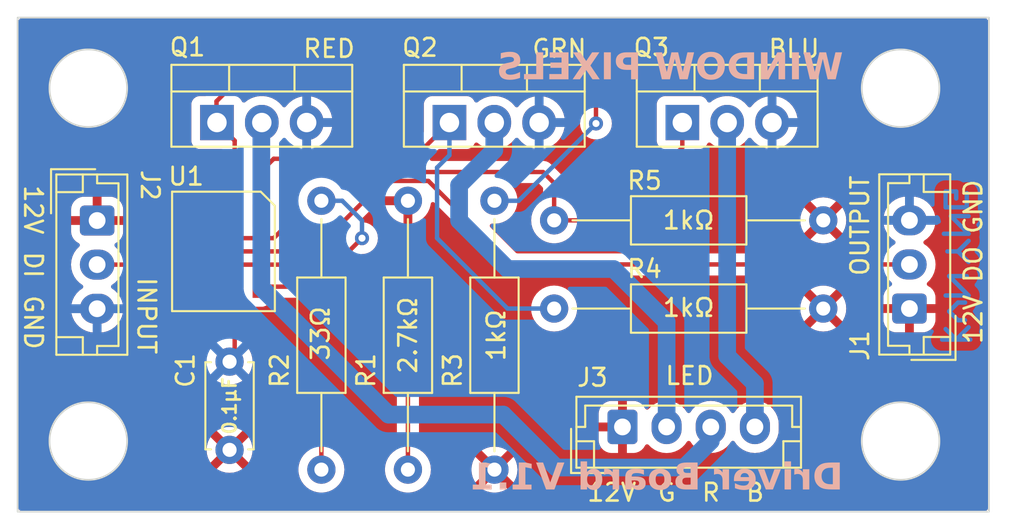
<source format=kicad_pcb>
(kicad_pcb (version 20221018) (generator pcbnew)
  (layers (0 "F.Cu" signal) (31 "B.Cu" signal) (34 "B.Paste" user) (35 "F.Paste" user) (36 "B.SilkS" user "B.Silkscreen") (37 "F.SilkS" user "F.Silkscreen") (38 "B.Mask" user) (39 "F.Mask" user) (44 "Edge.Cuts" user))
  (net 0 "")
  (net 1 "RED")
  (net 2 "STRIP_RED")
  (net 3 "GND")
  (net 4 "GRN")
  (net 5 "STRIP_GRN")
  (net 6 "BLU")
  (net 7 "STRIP_BLU")
  (net 8 "DI")
  (net 9 "Net-(U1-DIN)")
  (net 10 "Net-(U1-VDD)")
  (net 11 "+12V")
  (net 12 "DO")
  (footprint "Resistor_THT:R_Axial_DIN0207_L6.3mm_D2.5mm_P15.24mm_Horizontal" (layer "F.Cu") (at 55 102.02 90)
    (fp_text reference "R3" (at 5.62 -2.37 90) (layer "F.SilkS"))
    (fp_text value "1kΩ" (at 7.62 0.1 90) (layer "F.SilkS"))
    (fp_line (start 1.04 0) (end 4.35 0) (stroke (width 0.12)) (layer "F.SilkS"))
    (fp_line (start 4.35 -1.37) (end 4.35 1.37) (stroke (width 0.12)) (layer "F.SilkS"))
    (fp_line (start 4.35 1.37) (end 10.89 1.37) (stroke (width 0.12)) (layer "F.SilkS"))
    (fp_line (start 10.89 -1.37) (end 4.35 -1.37) (stroke (width 0.12)) (layer "F.SilkS"))
    (fp_line (start 10.89 1.37) (end 10.89 -1.37) (stroke (width 0.12)) (layer "F.SilkS"))
    (fp_line (start 14.2 0) (end 10.89 0) (stroke (width 0.12)) (layer "F.SilkS"))
    (pad "1" thru_hole circle (at 0 0 90) (size 1.6 1.6) (drill 0.8) (layers "*.Cu" "*.Mask") (net 11 "+12V"))
    (pad "2" thru_hole oval (at 15.24 0 90) (size 1.6 1.6) (drill 0.8) (layers "*.Cu" "*.Mask") (net 1 "RED"))
  )
  (footprint "Capacitor_THT:C_Disc_D4.7mm_W2.5mm_P5.00mm" (layer "F.Cu") (at 40 100.9 90)
    (fp_text reference "C1" (at 4.5 -2.5 90) (layer "F.SilkS"))
    (fp_text value "0.1μF" (at 2.5 0 90) (layer "F.SilkS") (effects (font (size 0.75 0.75))))
    (fp_line (start 0.03 -1.37) (end 0.03 -1.055) (stroke (width 0.12)) (layer "F.SilkS"))
    (fp_line (start 0.03 -1.37) (end 4.97 -1.37) (stroke (width 0.12)) (layer "F.SilkS"))
    (fp_line (start 0.03 1.055) (end 0.03 1.37) (stroke (width 0.12)) (layer "F.SilkS"))
    (fp_line (start 0.03 1.37) (end 4.97 1.37) (stroke (width 0.12)) (layer "F.SilkS"))
    (fp_line (start 4.97 -1.37) (end 4.97 -1.055) (stroke (width 0.12)) (layer "F.SilkS"))
    (fp_line (start 4.97 1.055) (end 4.97 1.37) (stroke (width 0.12)) (layer "F.SilkS"))
    (pad "1" thru_hole circle (at 0 0 90) (size 1.6 1.6) (drill 0.8) (layers "*.Cu" "*.Mask") (net 11 "+12V"))
    (pad "2" thru_hole circle (at 5 0 90) (size 1.6 1.6) (drill 0.8) (layers "*.Cu" "*.Mask") (net 3 "GND"))
  )
  (footprint "Connector_JST:JST_EH_B3B-EH-A_1x03_P2.50mm_Vertical" (layer "F.Cu") (at 78.5 92.890178 90)
    (fp_text reference "J1" (at -2.1 -2.8 90) (layer "F.SilkS"))
    (fp_text value "OUTPUT" (at 4.7 -2.8 90) (layer "F.SilkS"))
    (fp_line (start -2.91 0.11) (end -2.91 2.61) (stroke (width 0.12)) (layer "F.SilkS"))
    (fp_line (start -2.91 2.61) (end -0.41 2.61) (stroke (width 0.12)) (layer "F.SilkS"))
    (fp_line (start -2.61 -1.71) (end -2.61 2.31) (stroke (width 0.12)) (layer "F.SilkS"))
    (fp_line (start -2.61 0) (end -2.11 0) (stroke (width 0.12)) (layer "F.SilkS"))
    (fp_line (start -2.61 0.81) (end -1.61 0.81) (stroke (width 0.12)) (layer "F.SilkS"))
    (fp_line (start -2.61 2.31) (end 7.61 2.31) (stroke (width 0.12)) (layer "F.SilkS"))
    (fp_line (start -2.11 -1.21) (end 7.11 -1.21) (stroke (width 0.12)) (layer "F.SilkS"))
    (fp_line (start -2.11 0) (end -2.11 -1.21) (stroke (width 0.12)) (layer "F.SilkS"))
    (fp_line (start -1.61 0.81) (end -1.61 2.31) (stroke (width 0.12)) (layer "F.SilkS"))
    (fp_line (start 6.61 0.81) (end 6.61 2.31) (stroke (width 0.12)) (layer "F.SilkS"))
    (fp_line (start 7.11 -1.21) (end 7.11 0) (stroke (width 0.12)) (layer "F.SilkS"))
    (fp_line (start 7.11 0) (end 7.61 0) (stroke (width 0.12)) (layer "F.SilkS"))
    (fp_line (start 7.61 -1.71) (end -2.61 -1.71) (stroke (width 0.12)) (layer "F.SilkS"))
    (fp_line (start 7.61 0.81) (end 6.61 0.81) (stroke (width 0.12)) (layer "F.SilkS"))
    (fp_line (start 7.61 2.31) (end 7.61 -1.71) (stroke (width 0.12)) (layer "F.SilkS"))
    (pad "1" thru_hole roundrect (at 0 0 90) (size 1.7 1.95) (drill 0.95) (layers "*.Cu" "*.Mask") (roundrect_rratio 0.1470588235) (net 11 "+12V"))
    (pad "2" thru_hole oval (at 2.5 0 90) (size 1.7 1.95) (drill 0.95) (layers "*.Cu" "*.Mask") (net 12 "DO"))
    (pad "3" thru_hole oval (at 5 0 90) (size 1.7 1.95) (drill 0.95) (layers "*.Cu" "*.Mask") (net 3 "GND"))
  )
  (footprint "Resistor_THT:R_Axial_DIN0207_L6.3mm_D2.5mm_P15.24mm_Horizontal" (layer "F.Cu") (at 73.62 92.890178 180)
    (fp_text reference "R4" (at 10.12 2.25) (layer "F.SilkS"))
    (fp_text value "1kΩ" (at 7.62 0.05) (layer "F.SilkS"))
    (fp_line (start 1.04 0) (end 4.35 0) (stroke (width 0.12)) (layer "F.SilkS"))
    (fp_line (start 4.35 -1.37) (end 4.35 1.37) (stroke (width 0.12)) (layer "F.SilkS"))
    (fp_line (start 4.35 1.37) (end 10.89 1.37) (stroke (width 0.12)) (layer "F.SilkS"))
    (fp_line (start 10.89 -1.37) (end 4.35 -1.37) (stroke (width 0.12)) (layer "F.SilkS"))
    (fp_line (start 10.89 1.37) (end 10.89 -1.37) (stroke (width 0.12)) (layer "F.SilkS"))
    (fp_line (start 14.2 0) (end 10.89 0) (stroke (width 0.12)) (layer "F.SilkS"))
    (pad "1" thru_hole circle (at 0 0 180) (size 1.6 1.6) (drill 0.8) (layers "*.Cu" "*.Mask") (net 11 "+12V"))
    (pad "2" thru_hole oval (at 15.24 0 180) (size 1.6 1.6) (drill 0.8) (layers "*.Cu" "*.Mask") (net 4 "GRN"))
  )
  (footprint "Connector_JST:JST_EH_B3B-EH-A_1x03_P2.50mm_Vertical" (layer "F.Cu") (at 32.5 87.9 -90)
    (fp_text reference "J2" (at -2 -3 -90 unlocked) (layer "F.SilkS"))
    (fp_text value "INPUT" (at 5.4 -2.8 -90 unlocked) (layer "F.SilkS"))
    (fp_line (start -2.91 0.11) (end -2.91 2.61) (stroke (width 0.12)) (layer "F.SilkS"))
    (fp_line (start -2.91 2.61) (end -0.41 2.61) (stroke (width 0.12)) (layer "F.SilkS"))
    (fp_line (start -2.61 -1.71) (end -2.61 2.31) (stroke (width 0.12)) (layer "F.SilkS"))
    (fp_line (start -2.61 0) (end -2.11 0) (stroke (width 0.12)) (layer "F.SilkS"))
    (fp_line (start -2.61 0.81) (end -1.61 0.81) (stroke (width 0.12)) (layer "F.SilkS"))
    (fp_line (start -2.61 2.31) (end 7.61 2.31) (stroke (width 0.12)) (layer "F.SilkS"))
    (fp_line (start -2.11 -1.21) (end 7.11 -1.21) (stroke (width 0.12)) (layer "F.SilkS"))
    (fp_line (start -2.11 0) (end -2.11 -1.21) (stroke (width 0.12)) (layer "F.SilkS"))
    (fp_line (start -1.61 0.81) (end -1.61 2.31) (stroke (width 0.12)) (layer "F.SilkS"))
    (fp_line (start 6.61 0.81) (end 6.61 2.31) (stroke (width 0.12)) (layer "F.SilkS"))
    (fp_line (start 7.11 -1.21) (end 7.11 0) (stroke (width 0.12)) (layer "F.SilkS"))
    (fp_line (start 7.11 0) (end 7.61 0) (stroke (width 0.12)) (layer "F.SilkS"))
    (fp_line (start 7.61 -1.71) (end -2.61 -1.71) (stroke (width 0.12)) (layer "F.SilkS"))
    (fp_line (start 7.61 0.81) (end 6.61 0.81) (stroke (width 0.12)) (layer "F.SilkS"))
    (fp_line (start 7.61 2.31) (end 7.61 -1.71) (stroke (width 0.12)) (layer "F.SilkS"))
    (pad "1" thru_hole roundrect (at 0 0 270) (size 1.7 1.95) (drill 0.95) (layers "*.Cu" "*.Mask") (roundrect_rratio 0.1470588235) (net 11 "+12V"))
    (pad "2" thru_hole oval (at 2.5 0 270) (size 1.7 1.95) (drill 0.95) (layers "*.Cu" "*.Mask") (net 8 "DI"))
    (pad "3" thru_hole oval (at 5 0 270) (size 1.7 1.95) (drill 0.95) (layers "*.Cu" "*.Mask") (net 3 "GND"))
  )
  (footprint "Package_TO_SOT_THT:TO-220-3_Vertical" (layer "F.Cu") (at 65.639613 82.345)
    (fp_text reference "Q3" (at -1.75 -4.25) (layer "F.SilkS"))
    (fp_text value "IRF9540N")
    (fp_line (start -2.58 -3.27) (end -2.58 1.371) (stroke (width 0.12)) (layer "F.SilkS"))
    (fp_line (start -2.58 -3.27) (end 7.66 -3.27) (stroke (width 0.12)) (layer "F.SilkS"))
    (fp_line (start -2.58 -1.76) (end 7.66 -1.76) (stroke (width 0.12)) (layer "F.SilkS"))
    (fp_line (start -2.58 1.371) (end 7.66 1.371) (stroke (width 0.12)) (layer "F.SilkS"))
    (fp_line (start 0.69 -3.27) (end 0.69 -1.76) (stroke (width 0.12)) (layer "F.SilkS"))
    (fp_line (start 4.391 -3.27) (end 4.391 -1.76) (stroke (width 0.12)) (layer "F.SilkS"))
    (fp_line (start 7.66 -3.27) (end 7.66 1.371) (stroke (width 0.12)) (layer "F.SilkS"))
    (pad "1" thru_hole rect (at 0 0) (size 1.905 2) (drill 1.1) (layers "*.Cu" "*.Mask") (net 6 "BLU"))
    (pad "2" thru_hole oval (at 2.54 0) (size 1.905 2) (drill 1.1) (layers "*.Cu" "*.Mask") (net 7 "STRIP_BLU"))
    (pad "3" thru_hole oval (at 5.08 0) (size 1.905 2) (drill 1.1) (layers "*.Cu" "*.Mask") (net 3 "GND"))
  )
  (footprint "Package_TO_SOT_THT:TO-220-3_Vertical" (layer "F.Cu") (at 39.285744 82.345)
    (fp_text reference "Q1" (at -1.67 -4.27) (layer "F.SilkS"))
    (fp_text value "IRF9540N")
    (fp_line (start -2.58 -3.27) (end -2.58 1.371) (stroke (width 0.12)) (layer "F.SilkS"))
    (fp_line (start -2.58 -3.27) (end 7.66 -3.27) (stroke (width 0.12)) (layer "F.SilkS"))
    (fp_line (start -2.58 -1.76) (end 7.66 -1.76) (stroke (width 0.12)) (layer "F.SilkS"))
    (fp_line (start -2.58 1.371) (end 7.66 1.371) (stroke (width 0.12)) (layer "F.SilkS"))
    (fp_line (start 0.69 -3.27) (end 0.69 -1.76) (stroke (width 0.12)) (layer "F.SilkS"))
    (fp_line (start 4.391 -3.27) (end 4.391 -1.76) (stroke (width 0.12)) (layer "F.SilkS"))
    (fp_line (start 7.66 -3.27) (end 7.66 1.371) (stroke (width 0.12)) (layer "F.SilkS"))
    (pad "1" thru_hole rect (at 0 0) (size 1.905 2) (drill 1.1) (layers "*.Cu" "*.Mask") (net 1 "RED"))
    (pad "2" thru_hole oval (at 2.54 0) (size 1.905 2) (drill 1.1) (layers "*.Cu" "*.Mask") (net 2 "STRIP_RED"))
    (pad "3" thru_hole oval (at 5.08 0) (size 1.905 2) (drill 1.1) (layers "*.Cu" "*.Mask") (net 3 "GND"))
  )
  (footprint "Connector_JST:JST_EH_B4B-EH-A_1x04_P2.50mm_Vertical" (layer "F.Cu") (at 62.25 99.6)
    (fp_text reference "J3" (at -1.7 -2.8) (layer "F.SilkS"))
    (fp_text value "LED" (at 3.8 -2.9) (layer "F.SilkS"))
    (fp_line (start -2.91 0.11) (end -2.91 2.61) (stroke (width 0.12)) (layer "F.SilkS"))
    (fp_line (start -2.91 2.61) (end -0.41 2.61) (stroke (width 0.12)) (layer "F.SilkS"))
    (fp_line (start -2.61 -1.71) (end -2.61 2.31) (stroke (width 0.12)) (layer "F.SilkS"))
    (fp_line (start -2.61 0) (end -2.11 0) (stroke (width 0.12)) (layer "F.SilkS"))
    (fp_line (start -2.61 0.81) (end -1.61 0.81) (stroke (width 0.12)) (layer "F.SilkS"))
    (fp_line (start -2.61 2.31) (end 10.11 2.31) (stroke (width 0.12)) (layer "F.SilkS"))
    (fp_line (start -2.11 -1.21) (end 9.61 -1.21) (stroke (width 0.12)) (layer "F.SilkS"))
    (fp_line (start -2.11 0) (end -2.11 -1.21) (stroke (width 0.12)) (layer "F.SilkS"))
    (fp_line (start -1.61 0.81) (end -1.61 2.31) (stroke (width 0.12)) (layer "F.SilkS"))
    (fp_line (start 9.11 0.81) (end 9.11 2.31) (stroke (width 0.12)) (layer "F.SilkS"))
    (fp_line (start 9.61 -1.21) (end 9.61 0) (stroke (width 0.12)) (layer "F.SilkS"))
    (fp_line (start 9.61 0) (end 10.11 0) (stroke (width 0.12)) (layer "F.SilkS"))
    (fp_line (start 10.11 -1.71) (end -2.61 -1.71) (stroke (width 0.12)) (layer "F.SilkS"))
    (fp_line (start 10.11 0.81) (end 9.11 0.81) (stroke (width 0.12)) (layer "F.SilkS"))
    (fp_line (start 10.11 2.31) (end 10.11 -1.71) (stroke (width 0.12)) (layer "F.SilkS"))
    (pad "1" thru_hole roundrect (at 0 0) (size 1.7 1.95) (drill 0.95) (layers "*.Cu" "*.Mask") (roundrect_rratio 0.1470588235) (net 11 "+12V"))
    (pad "2" thru_hole oval (at 2.5 0) (size 1.7 1.95) (drill 0.95) (layers "*.Cu" "*.Mask") (net 5 "STRIP_GRN"))
    (pad "3" thru_hole oval (at 5 0) (size 1.7 1.95) (drill 0.95) (layers "*.Cu" "*.Mask") (net 2 "STRIP_RED"))
    (pad "4" thru_hole oval (at 7.5 0) (size 1.7 1.95) (drill 0.95) (layers "*.Cu" "*.Mask") (net 7 "STRIP_BLU"))
  )
  (footprint "Resistor_THT:R_Axial_DIN0207_L6.3mm_D2.5mm_P15.24mm_Horizontal" (layer "F.Cu") (at 45.2 102.02 90)
    (fp_text reference "R2" (at 5.62 -2.37 90) (layer "F.SilkS"))
    (fp_text value "33Ω" (at 7.72 -0.05 90) (layer "F.SilkS"))
    (fp_line (start 1.04 0) (end 4.35 0) (stroke (width 0.12)) (layer "F.SilkS"))
    (fp_line (start 4.35 -1.37) (end 4.35 1.37) (stroke (width 0.12)) (layer "F.SilkS"))
    (fp_line (start 4.35 1.37) (end 10.89 1.37) (stroke (width 0.12)) (layer "F.SilkS"))
    (fp_line (start 10.89 -1.37) (end 4.35 -1.37) (stroke (width 0.12)) (layer "F.SilkS"))
    (fp_line (start 10.89 1.37) (end 10.89 -1.37) (stroke (width 0.12)) (layer "F.SilkS"))
    (fp_line (start 14.2 0) (end 10.89 0) (stroke (width 0.12)) (layer "F.SilkS"))
    (pad "1" thru_hole circle (at 0 0 90) (size 1.6 1.6) (drill 0.8) (layers "*.Cu" "*.Mask") (net 9 "Net-(U1-DIN)"))
    (pad "2" thru_hole oval (at 15.24 0 90) (size 1.6 1.6) (drill 0.8) (layers "*.Cu" "*.Mask") (net 8 "DI"))
  )
  (footprint "Resistor_THT:R_Axial_DIN0207_L6.3mm_D2.5mm_P15.24mm_Horizontal" (layer "F.Cu") (at 73.62 87.890178 180)
    (fp_text reference "R5" (at 10.12 2.25) (layer "F.SilkS"))
    (fp_text value "1kΩ" (at 7.62 0) (layer "F.SilkS"))
    (fp_line (start 1.04 0) (end 4.35 0) (stroke (width 0.12)) (layer "F.SilkS"))
    (fp_line (start 4.35 -1.37) (end 4.35 1.37) (stroke (width 0.12)) (layer "F.SilkS"))
    (fp_line (start 4.35 1.37) (end 10.89 1.37) (stroke (width 0.12)) (layer "F.SilkS"))
    (fp_line (start 10.89 -1.37) (end 4.35 -1.37) (stroke (width 0.12)) (layer "F.SilkS"))
    (fp_line (start 10.89 1.37) (end 10.89 -1.37) (stroke (width 0.12)) (layer "F.SilkS"))
    (fp_line (start 14.2 0) (end 10.89 0) (stroke (width 0.12)) (layer "F.SilkS"))
    (pad "1" thru_hole circle (at 0 0 180) (size 1.6 1.6) (drill 0.8) (layers "*.Cu" "*.Mask") (net 11 "+12V"))
    (pad "2" thru_hole oval (at 15.24 0 180) (size 1.6 1.6) (drill 0.8) (layers "*.Cu" "*.Mask") (net 6 "BLU"))
  )
  (footprint "kvnyng:WS2818B" (layer "F.Cu") (at 39.655 89.65 180)
    (fp_text reference "U1" (at 2.115 4.25 180) (layer "F.SilkS"))
    (fp_text value "WS2818B")
    (fp_line (start -2.91 -3.385) (end 2.91 -3.385) (stroke (width 0.12)) (layer "F.SilkS"))
    (fp_line (start -2.91 2.585) (end -2.91 -3.385) (stroke (width 0.12)) (layer "F.SilkS"))
    (fp_line (start -2.11 3.385) (end -2.91 2.585) (stroke (width 0.12)) (layer "F.SilkS"))
    (fp_line (start 2.91 -3.385) (end 2.91 3.385) (stroke (width 0.12)) (layer "F.SilkS"))
    (fp_line (start 2.91 3.385) (end -2.11 3.385) (stroke (width 0.12)) (layer "F.SilkS"))
    (pad "1" smd rect (at -1.905 2 180) (size 0.51 1.27) (layers "F.Cu" "F.Paste" "F.Mask") (net 4 "GRN"))
    (pad "2" smd rect (at -0.635 2 180) (size 0.51 1.27) (layers "F.Cu" "F.Paste" "F.Mask") (net 1 "RED"))
    (pad "3" smd rect (at 0.635 2 180) (size 0.51 1.27) (layers "F.Cu" "F.Paste" "F.Mask") (net 6 "BLU"))
    (pad "4" smd rect (at 1.905 2 180) (size 0.51 1.27) (layers "F.Cu" "F.Paste" "F.Mask") (net 12 "DO"))
    (pad "5" smd rect (at 1.905 -2 180) (size 0.51 1.27) (layers "F.Cu" "F.Paste" "F.Mask") (net 9 "Net-(U1-DIN)"))
    (pad "6" smd rect (at 0.635 -2 180) (size 0.51 1.27) (layers "F.Cu" "F.Paste" "F.Mask") (net 3 "GND"))
    (pad "7" smd rect (at -0.635 -2 180) (size 0.51 1.27) (layers "F.Cu" "F.Paste" "F.Mask") (net 3 "GND"))
    (pad "8" smd rect (at -1.905 -2 180) (size 0.51 1.27) (layers "F.Cu" "F.Paste" "F.Mask") (net 10 "Net-(U1-VDD)"))
  )
  (footprint "Resistor_THT:R_Axial_DIN0207_L6.3mm_D2.5mm_P15.24mm_Horizontal" (layer "F.Cu") (at 50.1 102.02 90)
    (fp_text reference "R1" (at 5.62 -2.37 90) (layer "F.SilkS"))
    (fp_text value "2.7kΩ" (at 7.62 0 90) (layer "F.SilkS"))
    (fp_line (start 1.04 0) (end 4.35 0) (stroke (width 0.12)) (layer "F.SilkS"))
    (fp_line (start 4.35 -1.37) (end 4.35 1.37) (stroke (width 0.12)) (layer "F.SilkS"))
    (fp_line (start 4.35 1.37) (end 10.89 1.37) (stroke (width 0.12)) (layer "F.SilkS"))
    (fp_line (start 10.89 -1.37) (end 4.35 -1.37) (stroke (width 0.12)) (layer "F.SilkS"))
    (fp_line (start 10.89 1.37) (end 10.89 -1.37) (stroke (width 0.12)) (layer "F.SilkS"))
    (fp_line (start 14.2 0) (end 10.89 0) (stroke (width 0.12)) (layer "F.SilkS"))
    (pad "1" thru_hole circle (at 0 0 90) (size 1.6 1.6) (drill 0.8) (layers "*.Cu" "*.Mask") (net 10 "Net-(U1-VDD)"))
    (pad "2" thru_hole oval (at 15.24 0 90) (size 1.6 1.6) (drill 0.8) (layers "*.Cu" "*.Mask") (net 11 "+12V"))
  )
  (footprint "Package_TO_SOT_THT:TO-220-3_Vertical" (layer "F.Cu") (at 52.45125 82.345)
    (fp_text reference "Q2" (at -1.67 -4.25) (layer "F.SilkS"))
    (fp_text value "IRF9540N")
    (fp_line (start -2.58 -3.27) (end -2.58 1.371) (stroke (width 0.12)) (layer "F.SilkS"))
    (fp_line (start -2.58 -3.27) (end 7.66 -3.27) (stroke (width 0.12)) (layer "F.SilkS"))
    (fp_line (start -2.58 -1.76) (end 7.66 -1.76) (stroke (width 0.12)) (layer "F.SilkS"))
    (fp_line (start -2.58 1.371) (end 7.66 1.371) (stroke (width 0.12)) (layer "F.SilkS"))
    (fp_line (start 0.69 -3.27) (end 0.69 -1.76) (stroke (width 0.12)) (layer "F.SilkS"))
    (fp_line (start 4.391 -3.27) (end 4.391 -1.76) (stroke (width 0.12)) (layer "F.SilkS"))
    (fp_line (start 7.66 -3.27) (end 7.66 1.371) (stroke (width 0.12)) (layer "F.SilkS"))
    (pad "1" thru_hole rect (at 0 0) (size 1.905 2) (drill 1.1) (layers "*.Cu" "*.Mask") (net 4 "GRN"))
    (pad "2" thru_hole oval (at 2.54 0) (size 1.905 2) (drill 1.1) (layers "*.Cu" "*.Mask") (net 5 "STRIP_GRN"))
    (pad "3" thru_hole oval (at 5.08 0) (size 1.905 2) (drill 1.1) (layers "*.Cu" "*.Mask") (net 3 "GND"))
  )
  (gr_circle (center 32 100.4) (end 34.2 100.4) (stroke (width 0.1)) (fill none) (layer "Edge.Cuts"))
  (gr_circle (center 32 80.4) (end 34.2 80.4) (stroke (width 0.1)) (fill none) (layer "Edge.Cuts"))
  (gr_rect (start 28 76.4) (end 83 104.4) (stroke (width 0.1)) (fill none) (layer "Edge.Cuts"))
  (gr_circle (center 78 100.4) (end 80.2 100.4) (stroke (width 0.1)) (fill none) (layer "Edge.Cuts"))
  (gr_circle (center 78 80.4) (end 80.2 80.4) (stroke (width 0.1)) (fill none) (layer "Edge.Cuts"))
  (gr_text "WINDOW PIXELS" (at 74.75 80.15) (layer "B.SilkS") (effects (font (size 1.5 1.5) (thickness 0.3) bold) (justify left bottom mirror)))
  (gr_text "Driver Board V1.1" (at 74.75 103.4) (layer "B.SilkS") (effects (font (size 1.5 1.5) (thickness 0.3) bold) (justify left bottom mirror)))
  (gr_text "GRN" (at 57.05125 78.745) (layer "F.SilkS") (effects (font (size 1 1)) (justify left bottom)))
  (gr_text "12V" (at 28.3 85.813095 270) (layer "F.SilkS") (effects (font (size 1 1)) (justify left bottom)))
  (gr_text "DO" (at 82.7 91.501488 90) (layer "F.SilkS") (effects (font (size 1 1)) (justify left bottom)))
  (gr_text "BLU" (at 70.439613 78.745) (layer "F.SilkS") (effects (font (size 1 1)) (justify left bottom)))
  (gr_text "G" (at 64.1625 103.9) (layer "F.SilkS") (effects (font (size 1 1)) (justify left bottom)))
  (gr_text "GND" (at 28.3 92.05 270) (layer "F.SilkS") (effects (font (size 1 1)) (justify left bottom)))
  (gr_text "DI" (at 28.3 89.574405 270) (layer "F.SilkS") (effects (font (size 1 1)) (justify left bottom)))
  (gr_text "RED" (at 44.085744 78.745) (layer "F.SilkS") (effects (font (size 1 1)) (justify left bottom)))
  (gr_text "GND" (at 82.7 88.740178 90) (layer "F.SilkS") (effects (font (size 1 1)) (justify left bottom)))
  (gr_text "B" (at 69.1625 103.9) (layer "F.SilkS") (effects (font (size 1 1)) (justify left bottom)))
  (gr_text "12V" (at 82.7 94.977083 90) (layer "F.SilkS") (effects (font (size 1 1)) (justify left bottom)))
  (gr_text "12V" (at 60.163095 103.9) (layer "F.SilkS") (effects (font (size 1 1)) (justify left bottom)))
  (gr_text "R" (at 66.6625 103.9) (layer "F.SilkS") (effects (font (size 1 1)) (justify left bottom)))
  (segment (start 81.25 92.55) (end 81.65 92.55) (width 0.25) (layer "B.Cu") (net 0))
  (segment (start 81.25 93.55) (end 81.55 93.55) (width 0.25) (layer "B.Cu") (net 0))
  (segment (start 81.85 90.25) (end 81.25 89.65) (width 0.25) (layer "B.Cu") (net 0))
  (segment (start 80.75 93.05) (end 81.25 92.55) (width 0.25) (layer "B.Cu") (net 0))
  (segment (start 81.85 88.65) (end 80.85 87.65) (width 0.25) (layer "B.Cu") (net 0))
  (segment (start 81.75 87.15) (end 80.55 87.15) (width 0.25) (layer "B.Cu") (net 0))
  (segment (start 81.25 89.65) (end 80.65 89.65) (width 0.25) (layer "B.Cu") (net 0))
  (segment (start 81.55 93.55) (end 81.65 93.55) (width 0.25) (layer "B.Cu") (net 0))
  (segment (start 81.15 86.25) (end 81.15 86.65) (width 0.25) (layer "B.Cu") (net 0))
  (segment (start 80.85 87.65) (end 81.85 87.65) (width 0.25) (layer "B.Cu") (net 0))
  (segment (start 81.75 86.35) (end 81.75 87.15) (width 0.25) (layer "B.Cu") (net 0))
  (segment (start 80.75 91.05) (end 81.75 91.05) (width 0.25) (layer "B.Cu") (net 0))
  (segment (start 81.95 94.65) (end 81.15 94.65) (width 0.25) (layer "B.Cu") (net 0))
  (segment (start 80.55 86.25) (end 81.15 86.25) (width 0.25) (layer "B.Cu") (net 0))
  (segment (start 81.85 92.15) (end 80.75 91.05) (width 0.25) (layer "B.Cu") (net 0))
  (segment (start 81.85 92.15) (end 80.55 92.15) (width 0.25) (layer "B.Cu") (net 0))
  (segment (start 81.85 88.65) (end 80.45 88.65) (width 0.25) (layer "B.Cu") (net 0))
  (segment (start 81.85 93.95) (end 81.15 94.65) (width 0.25) (layer "B.Cu") (net 0))
  (segment (start 81.25 89.65) (end 81.85 89.05) (width 0.25) (layer "B.Cu") (net 0))
  (segment (start 81.15 94.65) (end 80.35 94.65) (width 0.25) (layer "B.Cu") (net 0))
  (segment (start 81.25 93.55) (end 80.75 93.05) (width 0.25) (layer "B.Cu") (net 0))
  (segment (start 81.15 94.65) (end 80.55 94.05) (width 0.25) (layer "B.Cu") (net 0))
  (segment (start 80.55 87.15) (end 80.55 86.25) (width 0.25) (layer "B.Cu") (net 0))
  (segment (start 41 79.4) (end 39.26 81.14) (width 0.25) (layer "F.Cu") (net 1))
  (segment (start 40.29 83.375) (end 39.26 82.345) (width 0.25) (layer "F.Cu") (net 1))
  (segment (start 60.75 80.65) (end 59.5 79.4) (width 0.25) (layer "F.Cu") (net 1))
  (segment (start 59.5 79.4) (end 41 79.4) (width 0.25) (layer "F.Cu") (net 1))
  (segment (start 40.29 87.67) (end 40.29 83.375) (width 0.25) (layer "F.Cu") (net 1))
  (segment (start 39.26 81.14) (end 39.26 82.345) (width 0.25) (layer "F.Cu") (net 1))
  (segment (start 60.75 82.4) (end 60.75 80.65) (width 0.25) (layer "F.Cu") (net 1))
  (via (at 60.75 82.4) (size 0.8) (drill 0.4) (layers "F.Cu" "B.Cu") (net 1))
  (segment (start 56.37 86.78) (end 60.75 82.4) (width 0.25) (layer "B.Cu") (net 1))
  (segment (start 55 86.78) (end 56.37 86.78) (width 0.25) (layer "B.Cu") (net 1))
  (segment (start 67.25 100.4) (end 67.25 99.6) (width 1) (layer "B.Cu") (net 2))
  (segment (start 58.5 101.9) (end 65.75 101.9) (width 1) (layer "B.Cu") (net 2))
  (segment (start 41.8 82.345) (end 41.8 91.7) (width 1) (layer "B.Cu") (net 2))
  (segment (start 49 98.9) (end 55.5 98.9) (width 1) (layer "B.Cu") (net 2))
  (segment (start 55.5 98.9) (end 58.5 101.9) (width 1) (layer "B.Cu") (net 2))
  (segment (start 65.75 101.9) (end 67.25 100.4) (width 1) (layer "B.Cu") (net 2))
  (segment (start 41.8 91.7) (end 49 98.9) (width 1) (layer "B.Cu") (net 2))
  (segment (start 39.02 91.65) (end 40.29 91.65) (width 0.25) (layer "F.Cu") (net 3))
  (segment (start 40 95.9) (end 40.29 95.61) (width 0.25) (layer "F.Cu") (net 3))
  (segment (start 40.29 95.61) (end 40.29 91.65) (width 0.25) (layer "F.Cu") (net 3))
  (segment (start 50.39625 84.4) (end 52.45125 82.345) (width 0.25) (layer "F.Cu") (net 4))
  (segment (start 42.5 84.4) (end 50.39625 84.4) (width 0.25) (layer "F.Cu") (net 4))
  (segment (start 41.56 85.34) (end 42.5 84.4) (width 0.25) (layer "F.Cu") (net 4))
  (segment (start 41.56 87.65) (end 41.56 85.34) (width 0.25) (layer "F.Cu") (net 4))
  (segment (start 55.740178 92.890178) (end 58.38 92.890178) (width 0.25) (layer "B.Cu") (net 4))
  (segment (start 51.75 84.9) (end 51.75 88.9) (width 0.25) (layer "B.Cu") (net 4))
  (segment (start 52.45125 82.345) (end 52.45125 84.19875) (width 0.25) (layer "B.Cu") (net 4))
  (segment (start 51.75 88.9) (end 55.740178 92.890178) (width 0.25) (layer "B.Cu") (net 4))
  (segment (start 52.45125 84.19875) (end 51.75 84.9) (width 0.25) (layer "B.Cu") (net 4))
  (segment (start 61.75 90.65) (end 55.75 90.65) (width 1) (layer "B.Cu") (net 5))
  (segment (start 55.75 90.65) (end 53 87.9) (width 1) (layer "B.Cu") (net 5))
  (segment (start 53 85.9) (end 54.99125 83.90875) (width 1) (layer "B.Cu") (net 5))
  (segment (start 53 87.9) (end 53 85.9) (width 1) (layer "B.Cu") (net 5))
  (segment (start 64.75 93.65) (end 61.75 90.65) (width 1) (layer "B.Cu") (net 5))
  (segment (start 64.75 99.6) (end 64.75 93.65) (width 1) (layer "B.Cu") (net 5))
  (segment (start 54.99125 83.90875) (end 54.99125 82.345) (width 1) (layer "B.Cu") (net 5))
  (segment (start 43.5 86.15) (end 44.5 85.15) (width 0.25) (layer "F.Cu") (net 6))
  (segment (start 44.5 85.15) (end 57.75 85.15) (width 0.25) (layer "F.Cu") (net 6))
  (segment (start 39.02 88.42) (end 39.5 88.9) (width 0.25) (layer "F.Cu") (net 6))
  (segment (start 43.5 87.9) (end 43.5 86.15) (width 0.25) (layer "F.Cu") (net 6))
  (segment (start 58.38 85.78) (end 58.38 87.890178) (width 0.25) (layer "F.Cu") (net 6))
  (segment (start 61.509822 87.890178) (end 58.38 87.890178) (width 0.25) (layer "F.Cu") (net 6))
  (segment (start 57.75 85.15) (end 58.38 85.78) (width 0.25) (layer "F.Cu") (net 6))
  (segment (start 39.02 87.65) (end 39.02 88.42) (width 0.25) (layer "F.Cu") (net 6))
  (segment (start 39.5 88.9) (end 42.5 88.9) (width 0.25) (layer "F.Cu") (net 6))
  (segment (start 65.639613 82.345) (end 65.639613 83.760387) (width 0.25) (layer "F.Cu") (net 6))
  (segment (start 65.639613 83.760387) (end 61.509822 87.890178) (width 0.25) (layer "F.Cu") (net 6))
  (segment (start 42.5 88.9) (end 43.5 87.9) (width 0.25) (layer "F.Cu") (net 6))
  (segment (start 69.75 97.15) (end 69.75 99.6) (width 1) (layer "B.Cu") (net 7))
  (segment (start 69.75 97.15) (end 68.179613 95.579613) (width 1) (layer "B.Cu") (net 7))
  (segment (start 68.179613 95.579613) (end 68.179613 82.345) (width 1) (layer "B.Cu") (net 7))
  (segment (start 47.5 88.9) (end 46 90.4) (width 0.25) (layer "F.Cu") (net 8))
  (segment (start 46 90.4) (end 32.5 90.4) (width 0.25) (layer "F.Cu") (net 8))
  (via (at 47.5 88.9) (size 0.8) (drill 0.4) (layers "F.Cu" "B.Cu") (net 8))
  (segment (start 47.5 88.9) (end 47.5 87.9) (width 0.25) (layer "B.Cu") (net 8))
  (segment (start 46.38 86.78) (end 45.2 86.78) (width 0.25) (layer "B.Cu") (net 8))
  (segment (start 47.5 87.9) (end 46.38 86.78) (width 0.25) (layer "B.Cu") (net 8))
  (segment (start 43.5 98.4) (end 39.5 98.4) (width 0.25) (layer "F.Cu") (net 9))
  (segment (start 45.2 100.1) (end 43.5 98.4) (width 0.25) (layer "F.Cu") (net 9))
  (segment (start 37.75 96.65) (end 37.75 91.65) (width 0.25) (layer "F.Cu") (net 9))
  (segment (start 39.5 98.4) (end 37.75 96.65) (width 0.25) (layer "F.Cu") (net 9))
  (segment (start 45.2 102.02) (end 45.2 100.1) (width 0.25) (layer "F.Cu") (net 9))
  (segment (start 50.1 96.75) (end 45 91.65) (width 0.25) (layer "F.Cu") (net 10))
  (segment (start 45 91.65) (end 41.56 91.65) (width 0.25) (layer "F.Cu") (net 10))
  (segment (start 50.1 102.02) (end 50.1 96.75) (width 0.25) (layer "F.Cu") (net 10))
  (segment (start 37.75 88.4) (end 39 89.65) (width 0.25) (layer "F.Cu") (net 12))
  (segment (start 51.255 85.655) (end 55.990178 90.390178) (width 0.25) (layer "F.Cu") (net 12))
  (segment (start 44.75 89.65) (end 48.745 85.655) (width 0.25) (layer "F.Cu") (net 12))
  (segment (start 55.990178 90.390178) (end 78.5 90.390178) (width 0.25) (layer "F.Cu") (net 12))
  (segment (start 37.75 87.65) (end 37.75 88.4) (width 0.25) (layer "F.Cu") (net 12))
  (segment (start 48.745 85.655) (end 51.255 85.655) (width 0.25) (layer "F.Cu") (net 12))
  (segment (start 39 89.65) (end 44.75 89.65) (width 0.25) (layer "F.Cu") (net 12))
  (zone (net 11) (net_name "+12V") (layer "F.Cu") (priority 1) (connect_pads (clearance 0.5)) (min_thickness 0.25) (fill yes (thermal_gap 0.5) (thermal_bridge_width 0.5) (smoothing chamfer) (radius 0.2))
    (polygon (pts (xy 27 75.4) (xy 85 75.4) (xy 85 105.4) (xy 27 105.4)))
  )
  (zone (net 3) (net_name "GND") (layer "B.Cu") (connect_pads (clearance 0.5)) (min_thickness 0.25) (fill yes (thermal_gap 0.5) (thermal_bridge_width 0.5) (smoothing chamfer) (radius 0.2))
    (polygon (pts (xy 27 75.4) (xy 85 75.4) (xy 85 105.4) (xy 27 105.4)))
  )
)
</source>
